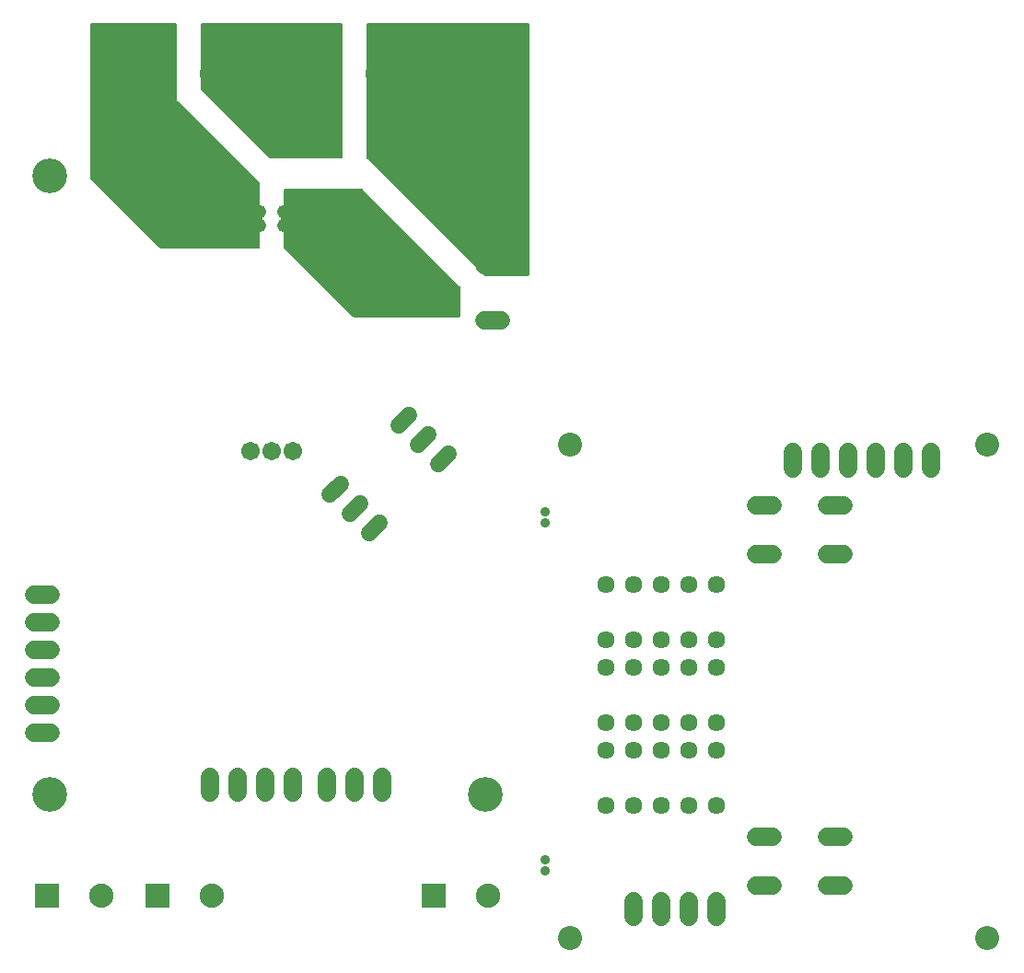
<source format=gbr>
G04 EAGLE Gerber X2 export*
%TF.Part,Single*%
%TF.FileFunction,Soldermask,Bot,1*%
%TF.FilePolarity,Negative*%
%TF.GenerationSoftware,Autodesk,EAGLE,9.1.3*%
%TF.CreationDate,2018-09-12T19:46:09Z*%
G75*
%MOMM*%
%FSLAX34Y34*%
%LPD*%
%AMOC8*
5,1,8,0,0,1.08239X$1,22.5*%
G01*
%ADD10C,3.203200*%
%ADD11C,2.203200*%
%ADD12C,0.903200*%
%ADD13C,1.211200*%
%ADD14C,4.203200*%
%ADD15C,1.703200*%
%ADD16R,2.235200X2.235200*%
%ADD17C,2.235200*%
%ADD18C,1.727200*%
%ADD19C,1.524000*%
%ADD20C,1.711200*%
%ADD21C,1.611200*%

G36*
X488968Y626621D02*
X488968Y626621D01*
X488986Y626619D01*
X489168Y626640D01*
X489351Y626659D01*
X489368Y626664D01*
X489385Y626666D01*
X489560Y626723D01*
X489736Y626777D01*
X489751Y626785D01*
X489768Y626791D01*
X489928Y626881D01*
X490090Y626969D01*
X490103Y626980D01*
X490119Y626989D01*
X490258Y627109D01*
X490399Y627226D01*
X490410Y627240D01*
X490424Y627252D01*
X490536Y627397D01*
X490651Y627540D01*
X490659Y627556D01*
X490670Y627570D01*
X490752Y627735D01*
X490837Y627897D01*
X490842Y627914D01*
X490850Y627931D01*
X490897Y628109D01*
X490948Y628284D01*
X490950Y628302D01*
X490954Y628319D01*
X490981Y628650D01*
X490981Y857250D01*
X490979Y857268D01*
X490981Y857286D01*
X490960Y857468D01*
X490941Y857651D01*
X490936Y857668D01*
X490934Y857685D01*
X490877Y857860D01*
X490823Y858036D01*
X490815Y858051D01*
X490809Y858068D01*
X490719Y858228D01*
X490631Y858390D01*
X490620Y858403D01*
X490611Y858419D01*
X490491Y858558D01*
X490374Y858699D01*
X490360Y858710D01*
X490348Y858724D01*
X490203Y858836D01*
X490060Y858951D01*
X490044Y858959D01*
X490030Y858970D01*
X489865Y859052D01*
X489703Y859137D01*
X489686Y859142D01*
X489670Y859150D01*
X489491Y859197D01*
X489316Y859248D01*
X489298Y859250D01*
X489281Y859254D01*
X488950Y859281D01*
X342900Y859281D01*
X342882Y859279D01*
X342864Y859281D01*
X342682Y859260D01*
X342499Y859241D01*
X342482Y859236D01*
X342465Y859234D01*
X342290Y859177D01*
X342114Y859123D01*
X342099Y859115D01*
X342082Y859109D01*
X341922Y859019D01*
X341760Y858931D01*
X341747Y858920D01*
X341731Y858911D01*
X341592Y858791D01*
X341451Y858674D01*
X341440Y858660D01*
X341427Y858648D01*
X341314Y858503D01*
X341199Y858360D01*
X341191Y858344D01*
X341180Y858330D01*
X341098Y858165D01*
X341013Y858003D01*
X341008Y857986D01*
X341000Y857970D01*
X340953Y857791D01*
X340902Y857616D01*
X340900Y857598D01*
X340896Y857581D01*
X340869Y857250D01*
X340869Y736600D01*
X340871Y736573D01*
X340869Y736547D01*
X340891Y736373D01*
X340909Y736199D01*
X340917Y736174D01*
X340920Y736147D01*
X340976Y735982D01*
X341027Y735814D01*
X341040Y735791D01*
X341048Y735766D01*
X341135Y735614D01*
X341219Y735460D01*
X341236Y735440D01*
X341249Y735417D01*
X341464Y735164D01*
X449414Y627214D01*
X449434Y627197D01*
X449452Y627177D01*
X449590Y627069D01*
X449725Y626959D01*
X449749Y626946D01*
X449770Y626930D01*
X449927Y626852D01*
X450081Y626770D01*
X450106Y626762D01*
X450131Y626750D01*
X450300Y626705D01*
X450467Y626655D01*
X450493Y626653D01*
X450519Y626646D01*
X450850Y626619D01*
X488950Y626619D01*
X488968Y626621D01*
G37*
G36*
X241318Y652021D02*
X241318Y652021D01*
X241336Y652019D01*
X241518Y652040D01*
X241701Y652059D01*
X241718Y652064D01*
X241735Y652066D01*
X241910Y652123D01*
X242086Y652177D01*
X242101Y652185D01*
X242118Y652191D01*
X242278Y652281D01*
X242440Y652369D01*
X242453Y652380D01*
X242469Y652389D01*
X242608Y652509D01*
X242749Y652626D01*
X242760Y652640D01*
X242774Y652652D01*
X242886Y652797D01*
X243001Y652940D01*
X243009Y652956D01*
X243020Y652970D01*
X243102Y653135D01*
X243187Y653297D01*
X243192Y653314D01*
X243200Y653331D01*
X243247Y653509D01*
X243298Y653684D01*
X243300Y653702D01*
X243304Y653719D01*
X243331Y654050D01*
X243331Y711200D01*
X243329Y711227D01*
X243331Y711253D01*
X243309Y711427D01*
X243291Y711601D01*
X243284Y711626D01*
X243280Y711653D01*
X243225Y711818D01*
X243173Y711986D01*
X243160Y712009D01*
X243152Y712034D01*
X243065Y712186D01*
X242981Y712340D01*
X242964Y712360D01*
X242951Y712383D01*
X242736Y712636D01*
X167131Y788241D01*
X167131Y857250D01*
X167129Y857268D01*
X167131Y857286D01*
X167110Y857468D01*
X167091Y857651D01*
X167086Y857668D01*
X167084Y857685D01*
X167027Y857860D01*
X166973Y858036D01*
X166965Y858051D01*
X166959Y858068D01*
X166869Y858228D01*
X166781Y858390D01*
X166770Y858403D01*
X166761Y858419D01*
X166641Y858558D01*
X166524Y858699D01*
X166510Y858710D01*
X166498Y858724D01*
X166353Y858836D01*
X166210Y858951D01*
X166194Y858959D01*
X166180Y858970D01*
X166015Y859052D01*
X165853Y859137D01*
X165836Y859142D01*
X165820Y859150D01*
X165641Y859197D01*
X165466Y859248D01*
X165448Y859250D01*
X165431Y859254D01*
X165100Y859281D01*
X88900Y859281D01*
X88882Y859279D01*
X88864Y859281D01*
X88682Y859260D01*
X88499Y859241D01*
X88482Y859236D01*
X88465Y859234D01*
X88290Y859177D01*
X88114Y859123D01*
X88099Y859115D01*
X88082Y859109D01*
X87922Y859019D01*
X87760Y858931D01*
X87747Y858920D01*
X87731Y858911D01*
X87592Y858791D01*
X87451Y858674D01*
X87440Y858660D01*
X87427Y858648D01*
X87314Y858503D01*
X87199Y858360D01*
X87191Y858344D01*
X87180Y858330D01*
X87098Y858165D01*
X87013Y858003D01*
X87008Y857986D01*
X87000Y857970D01*
X86953Y857791D01*
X86902Y857616D01*
X86900Y857598D01*
X86896Y857581D01*
X86869Y857250D01*
X86869Y717550D01*
X86871Y717523D01*
X86869Y717497D01*
X86891Y717323D01*
X86909Y717149D01*
X86917Y717124D01*
X86920Y717097D01*
X86976Y716932D01*
X87027Y716764D01*
X87040Y716741D01*
X87048Y716716D01*
X87135Y716564D01*
X87219Y716410D01*
X87236Y716390D01*
X87249Y716367D01*
X87464Y716114D01*
X150964Y652614D01*
X150984Y652597D01*
X151002Y652577D01*
X151140Y652469D01*
X151275Y652359D01*
X151299Y652346D01*
X151320Y652330D01*
X151477Y652252D01*
X151631Y652170D01*
X151656Y652162D01*
X151681Y652150D01*
X151850Y652105D01*
X152017Y652055D01*
X152043Y652053D01*
X152069Y652046D01*
X152400Y652019D01*
X241300Y652019D01*
X241318Y652021D01*
G37*
G36*
X317518Y734571D02*
X317518Y734571D01*
X317536Y734569D01*
X317718Y734590D01*
X317901Y734609D01*
X317918Y734614D01*
X317935Y734616D01*
X318110Y734673D01*
X318286Y734727D01*
X318301Y734735D01*
X318318Y734741D01*
X318478Y734831D01*
X318640Y734919D01*
X318653Y734930D01*
X318669Y734939D01*
X318808Y735059D01*
X318949Y735176D01*
X318960Y735190D01*
X318974Y735202D01*
X319086Y735347D01*
X319201Y735490D01*
X319209Y735506D01*
X319220Y735520D01*
X319302Y735685D01*
X319387Y735847D01*
X319392Y735864D01*
X319400Y735881D01*
X319447Y736059D01*
X319498Y736234D01*
X319500Y736252D01*
X319504Y736269D01*
X319531Y736600D01*
X319531Y857250D01*
X319529Y857268D01*
X319531Y857286D01*
X319510Y857468D01*
X319491Y857651D01*
X319486Y857668D01*
X319484Y857685D01*
X319427Y857860D01*
X319373Y858036D01*
X319365Y858051D01*
X319359Y858068D01*
X319269Y858228D01*
X319181Y858390D01*
X319170Y858403D01*
X319161Y858419D01*
X319041Y858558D01*
X318924Y858699D01*
X318910Y858710D01*
X318898Y858724D01*
X318753Y858836D01*
X318610Y858951D01*
X318594Y858959D01*
X318580Y858970D01*
X318415Y859052D01*
X318253Y859137D01*
X318236Y859142D01*
X318220Y859150D01*
X318041Y859197D01*
X317866Y859248D01*
X317848Y859250D01*
X317831Y859254D01*
X317500Y859281D01*
X190500Y859281D01*
X190482Y859279D01*
X190464Y859281D01*
X190282Y859260D01*
X190099Y859241D01*
X190082Y859236D01*
X190065Y859234D01*
X189890Y859177D01*
X189714Y859123D01*
X189699Y859115D01*
X189682Y859109D01*
X189522Y859019D01*
X189360Y858931D01*
X189347Y858920D01*
X189331Y858911D01*
X189192Y858791D01*
X189051Y858674D01*
X189040Y858660D01*
X189027Y858648D01*
X188914Y858503D01*
X188799Y858360D01*
X188791Y858344D01*
X188780Y858330D01*
X188697Y858164D01*
X188613Y858003D01*
X188608Y857986D01*
X188600Y857970D01*
X188553Y857791D01*
X188502Y857616D01*
X188500Y857598D01*
X188496Y857581D01*
X188469Y857250D01*
X188469Y800100D01*
X188471Y800073D01*
X188469Y800047D01*
X188491Y799873D01*
X188509Y799699D01*
X188517Y799674D01*
X188520Y799647D01*
X188576Y799482D01*
X188627Y799314D01*
X188640Y799291D01*
X188648Y799266D01*
X188735Y799114D01*
X188819Y798960D01*
X188836Y798940D01*
X188849Y798917D01*
X189064Y798664D01*
X252564Y735164D01*
X252584Y735147D01*
X252602Y735127D01*
X252740Y735019D01*
X252875Y734909D01*
X252899Y734896D01*
X252920Y734880D01*
X253077Y734802D01*
X253231Y734720D01*
X253256Y734712D01*
X253281Y734700D01*
X253450Y734655D01*
X253617Y734605D01*
X253643Y734603D01*
X253669Y734596D01*
X254000Y734569D01*
X317500Y734569D01*
X317518Y734571D01*
G37*
G36*
X425468Y588521D02*
X425468Y588521D01*
X425486Y588519D01*
X425668Y588540D01*
X425851Y588559D01*
X425868Y588564D01*
X425885Y588566D01*
X426060Y588623D01*
X426236Y588677D01*
X426251Y588685D01*
X426268Y588691D01*
X426428Y588781D01*
X426590Y588869D01*
X426603Y588880D01*
X426619Y588889D01*
X426758Y589009D01*
X426899Y589126D01*
X426910Y589140D01*
X426924Y589152D01*
X427036Y589297D01*
X427151Y589440D01*
X427159Y589456D01*
X427170Y589470D01*
X427252Y589635D01*
X427337Y589797D01*
X427342Y589814D01*
X427350Y589831D01*
X427397Y590009D01*
X427448Y590184D01*
X427450Y590202D01*
X427454Y590219D01*
X427481Y590550D01*
X427481Y615950D01*
X427479Y615977D01*
X427481Y616003D01*
X427459Y616177D01*
X427441Y616351D01*
X427434Y616376D01*
X427430Y616403D01*
X427375Y616568D01*
X427323Y616736D01*
X427310Y616759D01*
X427302Y616784D01*
X427215Y616936D01*
X427131Y617090D01*
X427114Y617110D01*
X427101Y617133D01*
X426886Y617386D01*
X337986Y706286D01*
X337966Y706303D01*
X337948Y706324D01*
X337810Y706431D01*
X337675Y706541D01*
X337651Y706554D01*
X337630Y706570D01*
X337473Y706648D01*
X337319Y706730D01*
X337294Y706738D01*
X337270Y706750D01*
X337100Y706795D01*
X336933Y706845D01*
X336907Y706847D01*
X336881Y706854D01*
X336550Y706881D01*
X266700Y706881D01*
X266682Y706879D01*
X266664Y706881D01*
X266482Y706860D01*
X266299Y706841D01*
X266282Y706836D01*
X266265Y706834D01*
X266090Y706777D01*
X265914Y706723D01*
X265899Y706715D01*
X265882Y706709D01*
X265722Y706619D01*
X265560Y706531D01*
X265547Y706520D01*
X265531Y706511D01*
X265392Y706391D01*
X265251Y706274D01*
X265240Y706260D01*
X265227Y706248D01*
X265114Y706103D01*
X264999Y705960D01*
X264991Y705944D01*
X264980Y705930D01*
X264898Y705765D01*
X264813Y705603D01*
X264808Y705586D01*
X264800Y705570D01*
X264753Y705391D01*
X264702Y705216D01*
X264700Y705198D01*
X264696Y705181D01*
X264669Y704850D01*
X264669Y654050D01*
X264671Y654023D01*
X264669Y653997D01*
X264691Y653823D01*
X264709Y653649D01*
X264717Y653624D01*
X264720Y653597D01*
X264776Y653432D01*
X264827Y653264D01*
X264840Y653241D01*
X264848Y653216D01*
X264935Y653064D01*
X265019Y652910D01*
X265036Y652890D01*
X265049Y652867D01*
X265264Y652614D01*
X328764Y589114D01*
X328784Y589097D01*
X328802Y589077D01*
X328940Y588969D01*
X329075Y588859D01*
X329099Y588846D01*
X329120Y588830D01*
X329277Y588752D01*
X329431Y588670D01*
X329456Y588662D01*
X329481Y588650D01*
X329650Y588605D01*
X329817Y588555D01*
X329843Y588553D01*
X329869Y588546D01*
X330200Y588519D01*
X425450Y588519D01*
X425468Y588521D01*
G37*
D10*
X50000Y150000D03*
X450000Y150000D03*
X50000Y719000D03*
X450000Y719000D03*
D11*
X912000Y18000D03*
X912000Y472000D03*
X528000Y18000D03*
X528000Y472000D03*
D12*
X505000Y80000D03*
X505000Y90000D03*
X505000Y400000D03*
X505000Y410000D03*
D13*
X165100Y685800D03*
X342900Y685800D03*
D14*
X324000Y679450D02*
X284000Y679450D01*
X224000Y679450D02*
X184000Y679450D01*
D15*
X234900Y465450D03*
X254000Y465450D03*
X273100Y465450D03*
D13*
X342900Y673100D03*
X165100Y673100D03*
X335750Y663200D03*
X324000Y659450D03*
X310750Y659450D03*
X297500Y659450D03*
X284000Y659450D03*
X272250Y663200D03*
X265000Y673200D03*
X265000Y685700D03*
X272250Y695700D03*
X284000Y699450D03*
X297500Y699450D03*
X310750Y699450D03*
X324000Y699450D03*
X335750Y695700D03*
X172250Y663200D03*
X184000Y659450D03*
X197250Y659450D03*
X210750Y659450D03*
X224000Y659450D03*
X235750Y663200D03*
X243000Y673200D03*
X243000Y685700D03*
X235750Y695700D03*
X224000Y699450D03*
X210750Y699450D03*
X197250Y699450D03*
X184000Y699450D03*
X172250Y695700D03*
D16*
X301200Y812500D03*
D17*
X351200Y812500D03*
D16*
X148800Y812500D03*
D17*
X198800Y812500D03*
D18*
X449580Y636562D02*
X464820Y636562D01*
X414020Y611162D02*
X398780Y611162D01*
X449580Y585762D02*
X464820Y585762D01*
D19*
X317049Y435520D02*
X307709Y426180D01*
X325670Y408220D02*
X335009Y417559D01*
X388891Y471441D02*
X398230Y480780D01*
X380270Y498741D02*
X370930Y489401D01*
X352970Y399599D02*
X343630Y390259D01*
X406851Y453480D02*
X416191Y462820D01*
D16*
X402800Y56500D03*
D17*
X452800Y56500D03*
D18*
X50483Y333375D02*
X35243Y333375D01*
X35243Y307975D02*
X50483Y307975D01*
X50483Y282575D02*
X35243Y282575D01*
X35243Y257175D02*
X50483Y257175D01*
X50483Y231775D02*
X35243Y231775D01*
X35243Y206375D02*
X50483Y206375D01*
D16*
X47200Y56500D03*
D17*
X97200Y56500D03*
D16*
X148800Y56500D03*
D17*
X198800Y56500D03*
D20*
X196850Y151210D02*
X196850Y166290D01*
X222250Y166290D02*
X222250Y151210D01*
X247650Y151210D02*
X247650Y166290D01*
X273050Y166290D02*
X273050Y151210D01*
D21*
X561700Y139700D03*
X587100Y139700D03*
X612500Y139700D03*
X637900Y139700D03*
X663300Y139700D03*
X663300Y190500D03*
X637900Y190500D03*
X612500Y190500D03*
X587100Y190500D03*
X561700Y190500D03*
X561700Y215900D03*
X587100Y215900D03*
X612500Y215900D03*
X637900Y215900D03*
X663300Y215900D03*
X663300Y266700D03*
X637900Y266700D03*
X612500Y266700D03*
X587100Y266700D03*
X561700Y266700D03*
X561700Y292100D03*
X587100Y292100D03*
X612500Y292100D03*
X637900Y292100D03*
X663300Y292100D03*
X663300Y342900D03*
X637900Y342900D03*
X612500Y342900D03*
X587100Y342900D03*
X561700Y342900D03*
D20*
X663300Y51990D02*
X663300Y36910D01*
X637900Y36910D02*
X637900Y51990D01*
X612500Y51990D02*
X612500Y36910D01*
X587100Y36910D02*
X587100Y51990D01*
D18*
X860150Y449580D02*
X860150Y464820D01*
X834750Y464820D02*
X834750Y449580D01*
X809350Y449580D02*
X809350Y464820D01*
X783950Y464820D02*
X783950Y449580D01*
X758550Y449580D02*
X758550Y464820D01*
X733150Y464820D02*
X733150Y449580D01*
D20*
X764460Y66400D02*
X779540Y66400D01*
X714540Y66400D02*
X699460Y66400D01*
X764460Y111400D02*
X779540Y111400D01*
X714540Y111400D02*
X699460Y111400D01*
X764460Y371200D02*
X779540Y371200D01*
X714540Y371200D02*
X699460Y371200D01*
X764460Y416200D02*
X779540Y416200D01*
X714540Y416200D02*
X699460Y416200D01*
X304800Y166290D02*
X304800Y151210D01*
X330200Y151210D02*
X330200Y166290D01*
X355600Y166290D02*
X355600Y151210D01*
M02*

</source>
